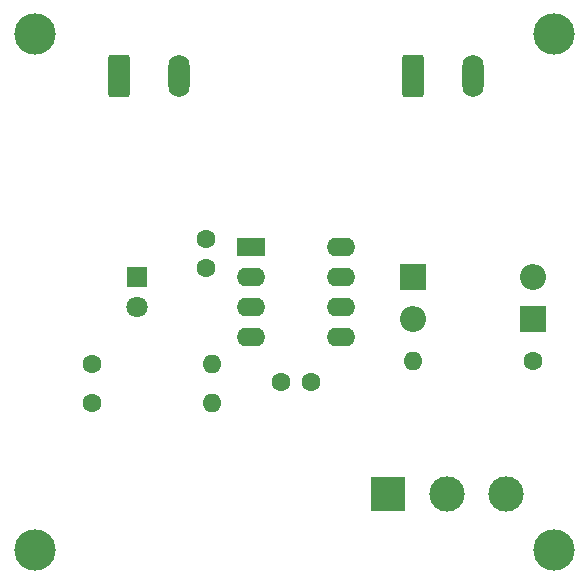
<source format=gtl>
G04 #@! TF.GenerationSoftware,KiCad,Pcbnew,8.0.6*
G04 #@! TF.CreationDate,2024-11-03T16:49:19-03:00*
G04 #@! TF.ProjectId,555-gerador-PWM-r01,3535352d-6765-4726-9164-6f722d50574d,rev?*
G04 #@! TF.SameCoordinates,Original*
G04 #@! TF.FileFunction,Copper,L1,Top*
G04 #@! TF.FilePolarity,Positive*
%FSLAX46Y46*%
G04 Gerber Fmt 4.6, Leading zero omitted, Abs format (unit mm)*
G04 Created by KiCad (PCBNEW 8.0.6) date 2024-11-03 16:49:19*
%MOMM*%
%LPD*%
G01*
G04 APERTURE LIST*
G04 Aperture macros list*
%AMRoundRect*
0 Rectangle with rounded corners*
0 $1 Rounding radius*
0 $2 $3 $4 $5 $6 $7 $8 $9 X,Y pos of 4 corners*
0 Add a 4 corners polygon primitive as box body*
4,1,4,$2,$3,$4,$5,$6,$7,$8,$9,$2,$3,0*
0 Add four circle primitives for the rounded corners*
1,1,$1+$1,$2,$3*
1,1,$1+$1,$4,$5*
1,1,$1+$1,$6,$7*
1,1,$1+$1,$8,$9*
0 Add four rect primitives between the rounded corners*
20,1,$1+$1,$2,$3,$4,$5,0*
20,1,$1+$1,$4,$5,$6,$7,0*
20,1,$1+$1,$6,$7,$8,$9,0*
20,1,$1+$1,$8,$9,$2,$3,0*%
G04 Aperture macros list end*
G04 #@! TA.AperFunction,ComponentPad*
%ADD10R,3.000000X3.000000*%
G04 #@! TD*
G04 #@! TA.AperFunction,ComponentPad*
%ADD11C,3.000000*%
G04 #@! TD*
G04 #@! TA.AperFunction,ComponentPad*
%ADD12O,1.800000X3.600000*%
G04 #@! TD*
G04 #@! TA.AperFunction,ComponentPad*
%ADD13RoundRect,0.250000X-0.650000X-1.550000X0.650000X-1.550000X0.650000X1.550000X-0.650000X1.550000X0*%
G04 #@! TD*
G04 #@! TA.AperFunction,ComponentPad*
%ADD14C,1.600000*%
G04 #@! TD*
G04 #@! TA.AperFunction,ComponentPad*
%ADD15O,2.200000X2.200000*%
G04 #@! TD*
G04 #@! TA.AperFunction,ComponentPad*
%ADD16R,2.200000X2.200000*%
G04 #@! TD*
G04 #@! TA.AperFunction,ComponentPad*
%ADD17R,1.800000X1.800000*%
G04 #@! TD*
G04 #@! TA.AperFunction,ComponentPad*
%ADD18C,1.800000*%
G04 #@! TD*
G04 #@! TA.AperFunction,ComponentPad*
%ADD19R,2.400000X1.600000*%
G04 #@! TD*
G04 #@! TA.AperFunction,ComponentPad*
%ADD20O,2.400000X1.600000*%
G04 #@! TD*
G04 #@! TA.AperFunction,ComponentPad*
%ADD21O,1.600000X1.600000*%
G04 #@! TD*
G04 #@! TA.AperFunction,ViaPad*
%ADD22C,3.500000*%
G04 #@! TD*
G04 APERTURE END LIST*
D10*
X148800000Y-125800000D03*
D11*
X153800000Y-125800000D03*
X158800000Y-125800000D03*
D12*
X155956000Y-90424000D03*
D13*
X150876000Y-90424000D03*
X125984000Y-90424000D03*
D12*
X131064000Y-90424000D03*
D14*
X139740000Y-116332000D03*
X142240000Y-116332000D03*
X133350000Y-106680000D03*
X133350000Y-104180000D03*
D15*
X161036000Y-107442000D03*
D16*
X150876000Y-107442000D03*
X161036000Y-110998000D03*
D15*
X150876000Y-110998000D03*
D17*
X127508000Y-107442000D03*
D18*
X127508000Y-109982000D03*
D19*
X137160000Y-104902000D03*
D20*
X144780000Y-112522000D03*
X137160000Y-107442000D03*
X144780000Y-109982000D03*
X137160000Y-109982000D03*
X144780000Y-107442000D03*
X137160000Y-112522000D03*
X144780000Y-104902000D03*
D21*
X133858000Y-118110000D03*
D14*
X123698000Y-118110000D03*
D21*
X133858000Y-114808000D03*
D14*
X123698000Y-114808000D03*
X161036000Y-114554000D03*
D21*
X150876000Y-114554000D03*
D22*
X118872000Y-130556000D03*
X162814000Y-130556000D03*
X162814000Y-86868000D03*
X118872000Y-86868000D03*
M02*

</source>
